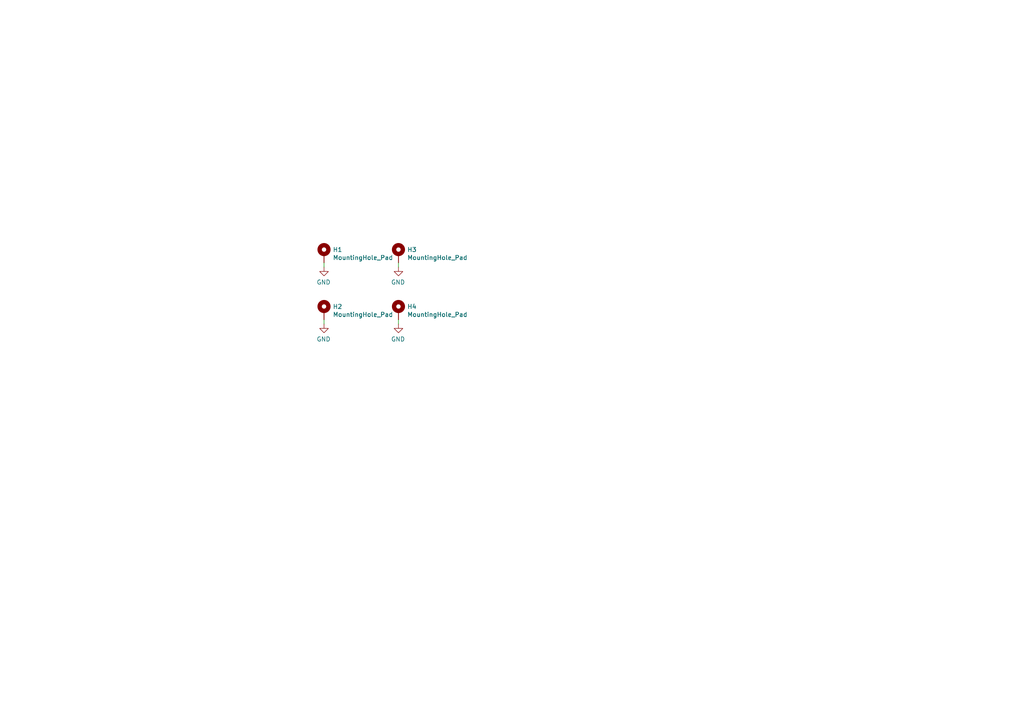
<source format=kicad_sch>
(kicad_sch (version 20210621) (generator eeschema)
  (paper "A4")
  (lib_symbols
    (symbol "Mechanical:MountingHole_Pad" (pin_numbers hide) (pin_names (offset 1.016) hide)
      (property "Reference" "H" (at 0 6.35 0))
      (property "Value" "MountingHole_Pad" (at 0 4.445 0))
      (symbol "MountingHole_Pad_0_1"
        (circle (center 0 1.27) (radius 1.27) (stroke (width 1.27)))
      )
      (symbol "MountingHole_Pad_1_1"
        (pin input line (at 0 -2.54 90) (length 2.54) (name "1") (number "1"))
      )
    )
    (symbol "power:GND" (power) (pin_names (offset 0))
      (property "Value" "GND" (at 0 -3.81 0))
      (symbol "GND_0_1"
        (polyline (pts (xy 0 0) (xy 0 -1.27) (xy 1.27 -1.27) (xy 0 -2.54) (xy -1.27 -1.27) (xy 0 -1.27)))
      )
      (symbol "GND_1_1"
        (pin power_in line (at 0 0 270) (length 0) hide (name "GND") (number "1"))
      )
    )
  )
  (wire (pts (xy 93.98 77.47) (xy 93.98 76.2)))
  (wire (pts (xy 93.98 93.98) (xy 93.98 92.71)))
  (wire (pts (xy 115.57 77.47) (xy 115.57 76.2)))
  (wire (pts (xy 115.57 93.98) (xy 115.57 92.71)))
  (symbol (lib_id "power:GND") (at 93.98 77.47 0) (mirror y) (unit 1)
    (property "Reference" "#PWR014" (effects hide))
    (property "Value" "GND" (at 93.853 81.8642 0))
  )
  (symbol (lib_id "power:GND") (at 93.98 93.98 0) (mirror y) (unit 1)
    (property "Reference" "#PWR015" (effects hide))
    (property "Value" "GND" (at 93.853 98.3742 0))
  )
  (symbol (lib_id "power:GND") (at 115.57 77.47 0) (mirror y) (unit 1)
    (property "Reference" "#PWR016" (effects hide))
    (property "Value" "GND" (at 115.443 81.8642 0))
  )
  (symbol (lib_id "power:GND") (at 115.57 93.98 0) (mirror y) (unit 1)
    (property "Reference" "#PWR017" (effects hide))
    (property "Value" "GND" (at 115.443 98.3742 0))
  )
  (symbol (lib_id "Mechanical:MountingHole_Pad") (at 93.98 73.66 0) (unit 1)
    (property "Reference" "H1" (at 96.52 72.4154 0) (effects (justify left)))
    (property "Value" "MountingHole_Pad" (at 96.52 74.7268 0) (effects (justify left)))
    (property "Footprint" "MountingHole:MountingHole_3.5mm_Pad" (effects hide))
  )
  (symbol (lib_id "Mechanical:MountingHole_Pad") (at 93.98 90.17 0) (unit 1)
    (property "Reference" "H2" (at 96.52 88.9254 0) (effects (justify left)))
    (property "Value" "MountingHole_Pad" (at 96.52 91.2368 0) (effects (justify left)))
    (property "Footprint" "MountingHole:MountingHole_3.5mm_Pad" (effects hide))
  )
  (symbol (lib_id "Mechanical:MountingHole_Pad") (at 115.57 73.66 0) (unit 1)
    (property "Reference" "H3" (at 118.11 72.4154 0) (effects (justify left)))
    (property "Value" "MountingHole_Pad" (at 118.11 74.7268 0) (effects (justify left)))
    (property "Footprint" "MountingHole:MountingHole_3.5mm_Pad" (effects hide))
  )
  (symbol (lib_id "Mechanical:MountingHole_Pad") (at 115.57 90.17 0) (unit 1)
    (property "Reference" "H4" (at 118.11 88.9254 0) (effects (justify left)))
    (property "Value" "MountingHole_Pad" (at 118.11 91.2368 0) (effects (justify left)))
    (property "Footprint" "MountingHole:MountingHole_3.5mm_Pad" (effects hide))
  )
)
</source>
